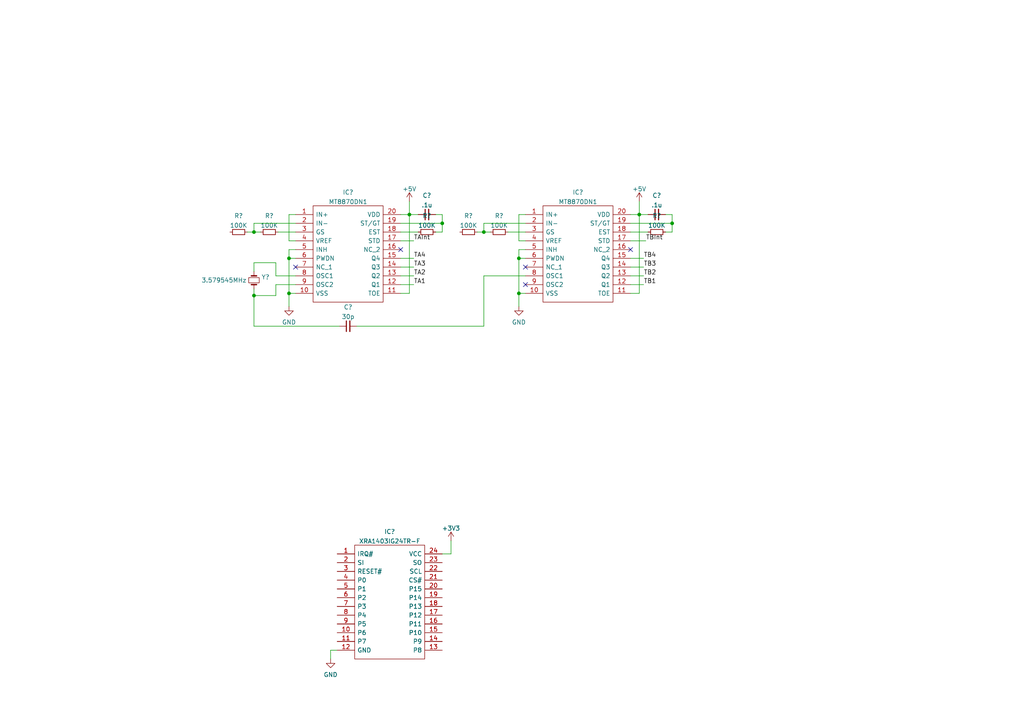
<source format=kicad_sch>
(kicad_sch (version 20211123) (generator eeschema)
  (paper "A4")
  (lib_symbols
    (symbol "Device:C_Small" (pin_numbers hide) (pin_names (offset 0.254) hide)
      (property "Reference" "C" (at 0.254 1.778 0))
      (property "Value" "C_Small" (at 0.254 -2.032 0))
      (symbol "C_Small_0_1"
        (polyline (pts (xy -1.524 -0.508) (xy 1.524 -0.508)) (stroke (width 0.3302)))
        (polyline (pts (xy -1.524 0.508) (xy 1.524 0.508)) (stroke (width 0.3048)))
      )
      (symbol "C_Small_1_1"
        (pin passive line (at 0 2.54 270) (length 2.032) (name "~") (number "1"))
        (pin passive line (at 0 -2.54 90) (length 2.032) (name "~") (number "2"))
      )
    )
    (symbol "Device:Crystal_Small" (pin_numbers hide) (pin_names (offset 1.016) hide)
      (property "Reference" "Y" (at 0 2.54 0))
      (property "Value" "Crystal_Small" (at 0 -2.54 0))
      (symbol "Crystal_Small_0_1"
        (rectangle (start -0.762 -1.524) (end 0.762 1.524))
        (polyline (pts (xy -1.27 -0.762) (xy -1.27 0.762)) (stroke (width 0.381)))
        (polyline (pts (xy 1.27 -0.762) (xy 1.27 0.762)) (stroke (width 0.381)))
      )
      (symbol "Crystal_Small_1_1"
        (pin passive line (at -2.54 0 0) (length 1.27) (name "1") (number "1"))
        (pin passive line (at 2.54 0 180) (length 1.27) (name "2") (number "2"))
      )
    )
    (symbol "Device:R_Small" (pin_numbers hide) (pin_names (offset 0.254) hide)
      (property "Reference" "R" (at 0.762 0.508 0))
      (property "Value" "R_Small" (at 0.762 -1.016 0))
      (symbol "R_Small_0_1"
        (rectangle (start -0.762 1.778) (end 0.762 -1.778) (stroke (width 0.2032)))
      )
      (symbol "R_Small_1_1"
        (pin passive line (at 0 2.54 270) (length 0.762) (name "~") (number "1"))
        (pin passive line (at 0 -2.54 90) (length 0.762) (name "~") (number "2"))
      )
    )
    (symbol "SamacSys_Parts:MT8870DN1" (pin_names (offset 0.762))
      (property "Reference" "IC" (at 26.67 7.62 0))
      (property "Value" "MT8870DN1" (at 26.67 5.08 0))
      (symbol "MT8870DN1_0_0"
        (pin passive line (at 0 0 0) (length 5.08) (name "IN+") (number "1"))
        (pin passive line (at 0 -22.86 0) (length 5.08) (name "VSS") (number "10"))
        (pin passive line (at 30.48 -22.86 180) (length 5.08) (name "TOE") (number "11"))
        (pin passive line (at 30.48 -20.32 180) (length 5.08) (name "Q1") (number "12"))
        (pin passive line (at 30.48 -17.78 180) (length 5.08) (name "Q2") (number "13"))
        (pin passive line (at 30.48 -15.24 180) (length 5.08) (name "Q3") (number "14"))
        (pin passive line (at 30.48 -12.7 180) (length 5.08) (name "Q4") (number "15"))
        (pin passive line (at 30.48 -10.16 180) (length 5.08) (name "NC_2") (number "16"))
        (pin passive line (at 30.48 -7.62 180) (length 5.08) (name "STD") (number "17"))
        (pin passive line (at 30.48 -5.08 180) (length 5.08) (name "EST") (number "18"))
        (pin passive line (at 30.48 -2.54 180) (length 5.08) (name "ST/GT") (number "19"))
        (pin passive line (at 0 -2.54 0) (length 5.08) (name "IN-") (number "2"))
        (pin passive line (at 30.48 0 180) (length 5.08) (name "VDD") (number "20"))
        (pin passive line (at 0 -5.08 0) (length 5.08) (name "GS") (number "3"))
        (pin passive line (at 0 -7.62 0) (length 5.08) (name "VREF") (number "4"))
        (pin passive line (at 0 -10.16 0) (length 5.08) (name "INH") (number "5"))
        (pin passive line (at 0 -12.7 0) (length 5.08) (name "PWDN") (number "6"))
        (pin passive line (at 0 -15.24 0) (length 5.08) (name "NC_1") (number "7"))
        (pin passive line (at 0 -17.78 0) (length 5.08) (name "OSC1") (number "8"))
        (pin passive line (at 0 -20.32 0) (length 5.08) (name "OSC2") (number "9"))
      )
      (symbol "MT8870DN1_0_1"
        (polyline (pts (xy 5.08 2.54) (xy 25.4 2.54) (xy 25.4 -25.4) (xy 5.08 -25.4) (xy 5.08 2.54)) (stroke (width 0.1524)))
      )
    )
    (symbol "SamacSys_Parts:XRA1403IG24TR-F" (pin_names (offset 0.762))
      (property "Reference" "IC" (at 26.67 7.62 0))
      (property "Value" "XRA1403IG24TR-F" (at 26.67 5.08 0))
      (symbol "XRA1403IG24TR-F_0_0"
        (pin passive line (at 0 0 0) (length 5.08) (name "IRQ#") (number "1"))
        (pin passive line (at 0 -22.86 0) (length 5.08) (name "P6") (number "10"))
        (pin passive line (at 0 -25.4 0) (length 5.08) (name "P7") (number "11"))
        (pin passive line (at 0 -27.94 0) (length 5.08) (name "GND") (number "12"))
        (pin passive line (at 30.48 -27.94 180) (length 5.08) (name "P8") (number "13"))
        (pin passive line (at 30.48 -25.4 180) (length 5.08) (name "P9") (number "14"))
        (pin passive line (at 30.48 -22.86 180) (length 5.08) (name "P10") (number "15"))
        (pin passive line (at 30.48 -20.32 180) (length 5.08) (name "P11") (number "16"))
        (pin passive line (at 30.48 -17.78 180) (length 5.08) (name "P12") (number "17"))
        (pin passive line (at 30.48 -15.24 180) (length 5.08) (name "P13") (number "18"))
        (pin passive line (at 30.48 -12.7 180) (length 5.08) (name "P14") (number "19"))
        (pin passive line (at 0 -2.54 0) (length 5.08) (name "SI") (number "2"))
        (pin passive line (at 30.48 -10.16 180) (length 5.08) (name "P15") (number "20"))
        (pin passive line (at 30.48 -7.62 180) (length 5.08) (name "CS#") (number "21"))
        (pin passive line (at 30.48 -5.08 180) (length 5.08) (name "SCL") (number "22"))
        (pin passive line (at 30.48 -2.54 180) (length 5.08) (name "SO") (number "23"))
        (pin passive line (at 30.48 0 180) (length 5.08) (name "VCC") (number "24"))
        (pin passive line (at 0 -5.08 0) (length 5.08) (name "RESET#") (number "3"))
        (pin passive line (at 0 -7.62 0) (length 5.08) (name "P0") (number "4"))
        (pin passive line (at 0 -10.16 0) (length 5.08) (name "P1") (number "5"))
        (pin passive line (at 0 -12.7 0) (length 5.08) (name "P2") (number "6"))
        (pin passive line (at 0 -15.24 0) (length 5.08) (name "P3") (number "7"))
        (pin passive line (at 0 -17.78 0) (length 5.08) (name "P4") (number "8"))
        (pin passive line (at 0 -20.32 0) (length 5.08) (name "P5") (number "9"))
      )
      (symbol "XRA1403IG24TR-F_0_1"
        (polyline (pts (xy 5.08 2.54) (xy 25.4 2.54) (xy 25.4 -30.48) (xy 5.08 -30.48) (xy 5.08 2.54)) (stroke (width 0.1524)))
      )
    )
    (symbol "power:+3V3" (power) (pin_names (offset 0))
      (property "Value" "+3V3" (at 0 3.556 0))
      (symbol "+3V3_0_1"
        (polyline (pts (xy -0.762 1.27) (xy 0 2.54)))
        (polyline (pts (xy 0 0) (xy 0 2.54)))
        (polyline (pts (xy 0 2.54) (xy 0.762 1.27)))
      )
      (symbol "+3V3_1_1"
        (pin power_in line (at 0 0 90) (length 0) hide (name "+3V3") (number "1"))
      )
    )
    (symbol "power:+5V" (power) (pin_names (offset 0))
      (property "Value" "+5V" (at 0 3.556 0))
      (symbol "+5V_0_1"
        (polyline (pts (xy -0.762 1.27) (xy 0 2.54)))
        (polyline (pts (xy 0 0) (xy 0 2.54)))
        (polyline (pts (xy 0 2.54) (xy 0.762 1.27)))
      )
      (symbol "+5V_1_1"
        (pin power_in line (at 0 0 90) (length 0) hide (name "+5V") (number "1"))
      )
    )
    (symbol "power:GND" (power) (pin_names (offset 0))
      (property "Value" "GND" (at 0 -3.81 0))
      (symbol "GND_0_1"
        (polyline (pts (xy 0 0) (xy 0 -1.27) (xy 1.27 -1.27) (xy 0 -2.54) (xy -1.27 -1.27) (xy 0 -1.27)))
      )
      (symbol "GND_1_1"
        (pin power_in line (at 0 0 270) (length 0) hide (name "GND") (number "1"))
      )
    )
  )
  (junction (at 128.27 64.77))
  (junction (at 73.66 67.31))
  (junction (at 83.82 85.09))
  (junction (at 194.945 64.77))
  (junction (at 185.42 62.23))
  (junction (at 83.82 74.93))
  (junction (at 118.745 62.23))
  (junction (at 140.335 67.31))
  (junction (at 150.495 85.09))
  (junction (at 150.495 74.93))
  (junction (at 73.66 85.725))
  (no_connect (at 152.4 77.47))
  (no_connect (at 152.4 82.55))
  (no_connect (at 85.725 77.47))
  (no_connect (at 116.205 72.39))
  (no_connect (at 182.88 72.39))
  (wire (pts (xy 182.88 82.55) (xy 186.69 82.55)))
  (wire (pts (xy 182.88 77.47) (xy 186.69 77.47)))
  (wire (pts (xy 83.82 74.93) (xy 83.82 72.39)))
  (wire (pts (xy 150.495 85.09) (xy 150.495 74.93)))
  (wire (pts (xy 80.01 82.55) (xy 80.01 85.725)))
  (wire (pts (xy 95.885 188.595) (xy 97.79 188.595)))
  (wire (pts (xy 126.365 62.23) (xy 128.27 62.23)))
  (wire (pts (xy 80.645 67.31) (xy 85.725 67.31)))
  (wire (pts (xy 128.27 62.23) (xy 128.27 64.77)))
  (wire (pts (xy 193.04 62.23) (xy 194.945 62.23)))
  (wire (pts (xy 73.66 85.725) (xy 73.66 83.82)))
  (wire (pts (xy 80.01 76.2) (xy 73.66 76.2)))
  (wire (pts (xy 116.205 74.93) (xy 120.015 74.93)))
  (wire (pts (xy 95.885 191.135) (xy 95.885 188.595)))
  (wire (pts (xy 118.745 62.23) (xy 121.285 62.23)))
  (wire (pts (xy 85.725 80.01) (xy 80.01 80.01)))
  (wire (pts (xy 140.335 64.77) (xy 152.4 64.77)))
  (wire (pts (xy 182.88 74.93) (xy 186.69 74.93)))
  (wire (pts (xy 150.495 74.93) (xy 150.495 72.39)))
  (wire (pts (xy 83.82 85.09) (xy 83.82 74.93)))
  (wire (pts (xy 103.505 94.615) (xy 140.335 94.615)))
  (wire (pts (xy 150.495 74.93) (xy 152.4 74.93)))
  (wire (pts (xy 128.27 67.31) (xy 126.365 67.31)))
  (wire (pts (xy 150.495 69.85) (xy 152.4 69.85)))
  (wire (pts (xy 150.495 88.9) (xy 150.495 85.09)))
  (wire (pts (xy 140.335 67.31) (xy 140.335 64.77)))
  (wire (pts (xy 85.725 62.23) (xy 83.82 62.23)))
  (wire (pts (xy 150.495 62.23) (xy 150.495 69.85)))
  (wire (pts (xy 83.82 88.9) (xy 83.82 85.09)))
  (wire (pts (xy 194.945 64.77) (xy 194.945 67.31)))
  (wire (pts (xy 116.205 64.77) (xy 128.27 64.77)))
  (wire (pts (xy 182.88 69.85) (xy 187.325 69.85)))
  (wire (pts (xy 140.335 67.31) (xy 142.24 67.31)))
  (wire (pts (xy 83.82 72.39) (xy 85.725 72.39)))
  (wire (pts (xy 73.66 85.725) (xy 73.66 94.615)))
  (wire (pts (xy 85.725 82.55) (xy 80.01 82.55)))
  (wire (pts (xy 73.66 67.31) (xy 73.66 64.77)))
  (wire (pts (xy 138.43 67.31) (xy 140.335 67.31)))
  (wire (pts (xy 116.205 77.47) (xy 120.015 77.47)))
  (wire (pts (xy 116.205 62.23) (xy 118.745 62.23)))
  (wire (pts (xy 116.205 85.09) (xy 118.745 85.09)))
  (wire (pts (xy 182.88 67.31) (xy 187.96 67.31)))
  (wire (pts (xy 128.27 160.655) (xy 130.81 160.655)))
  (wire (pts (xy 140.335 80.01) (xy 152.4 80.01)))
  (wire (pts (xy 83.82 69.85) (xy 85.725 69.85)))
  (wire (pts (xy 80.01 85.725) (xy 73.66 85.725)))
  (wire (pts (xy 116.205 69.85) (xy 120.015 69.85)))
  (wire (pts (xy 83.82 62.23) (xy 83.82 69.85)))
  (wire (pts (xy 152.4 62.23) (xy 150.495 62.23)))
  (wire (pts (xy 185.42 62.23) (xy 185.42 58.42)))
  (wire (pts (xy 116.205 67.31) (xy 121.285 67.31)))
  (wire (pts (xy 185.42 85.09) (xy 185.42 62.23)))
  (wire (pts (xy 182.88 85.09) (xy 185.42 85.09)))
  (wire (pts (xy 83.82 85.09) (xy 85.725 85.09)))
  (wire (pts (xy 73.66 76.2) (xy 73.66 78.74)))
  (wire (pts (xy 118.745 62.23) (xy 118.745 58.42)))
  (wire (pts (xy 83.82 74.93) (xy 85.725 74.93)))
  (wire (pts (xy 147.32 67.31) (xy 152.4 67.31)))
  (wire (pts (xy 80.01 80.01) (xy 80.01 76.2)))
  (wire (pts (xy 182.88 64.77) (xy 194.945 64.77)))
  (wire (pts (xy 150.495 85.09) (xy 152.4 85.09)))
  (wire (pts (xy 128.27 64.77) (xy 128.27 67.31)))
  (wire (pts (xy 140.335 94.615) (xy 140.335 80.01)))
  (wire (pts (xy 118.745 85.09) (xy 118.745 62.23)))
  (wire (pts (xy 73.66 64.77) (xy 85.725 64.77)))
  (wire (pts (xy 185.42 62.23) (xy 187.96 62.23)))
  (wire (pts (xy 71.755 67.31) (xy 73.66 67.31)))
  (wire (pts (xy 130.81 160.655) (xy 130.81 156.845)))
  (wire (pts (xy 194.945 67.31) (xy 193.04 67.31)))
  (wire (pts (xy 73.66 94.615) (xy 98.425 94.615)))
  (wire (pts (xy 150.495 72.39) (xy 152.4 72.39)))
  (wire (pts (xy 73.66 67.31) (xy 75.565 67.31)))
  (wire (pts (xy 194.945 62.23) (xy 194.945 64.77)))
  (wire (pts (xy 182.88 62.23) (xy 185.42 62.23)))
  (wire (pts (xy 116.205 82.55) (xy 120.015 82.55)))
  (wire (pts (xy 116.205 80.01) (xy 120.015 80.01)))
  (wire (pts (xy 182.88 80.01) (xy 186.69 80.01)))
  (label "TB3" (at 186.69 77.47 0))
  (label "TAInt" (at 120.015 69.85 0))
  (label "TA1" (at 120.015 82.55 0))
  (label "TA2" (at 120.015 80.01 0))
  (label "TBInt" (at 187.325 69.85 0))
  (label "TA4" (at 120.015 74.93 0))
  (label "TB1" (at 186.69 82.55 0))
  (label "TB2" (at 186.69 80.01 0))
  (label "TB4" (at 186.69 74.93 0))
  (label "TA3" (at 120.015 77.47 0))
  (symbol (lib_id "power:GND") (at 150.495 88.9 0) (unit 1)
    (property "Reference" "#PWR?" (effects hide))
    (property "Value" "GND" (at 150.495 93.4625 0))
  )
  (symbol (lib_id "SamacSys_Parts:XRA1403IG24TR-F") (at 97.79 160.655 0) (unit 1)
    (property "Reference" "IC?" (at 113.03 154.1993 0))
    (property "Value" "XRA1403IG24TR-F" (at 113.03 156.9744 0))
    (property "Footprint" "SOP65P640X120-24N" (effects hide))
    (property "Datasheet" "https://datasheet.datasheetarchive.com/originals/distributors/Datasheets_SAMA/84e63e6909f5e2517b29fb2df98a643a.pdf" (effects hide))
    (property "Description" "Interface - I/O Expanders 16 Bit SPI GPIO Expander" (effects hide))
    (property "Height" "1.2" (effects hide))
    (property "Mouser Part Number" "701-XRA1403IG24TR-F" (effects hide))
    (property "Mouser Price/Stock" "https://www.mouser.co.uk/ProductDetail/MaxLinear/XRA1403IG24TR-F?qs=06nTM9U4TTbRmclZp51TRA%3D%3D" (effects hide))
    (property "Manufacturer_Name" "MaxLinear, Inc." (effects hide))
    (property "Manufacturer_Part_Number" "XRA1403IG24TR-F" (effects hide))
  )
  (symbol (lib_id "power:+3V3") (at 130.81 156.845 0) (unit 1)
    (property "Reference" "#PWR?" (effects hide))
    (property "Value" "+3V3" (at 130.81 153.2405 0))
  )
  (symbol (lib_id "Device:Crystal_Small") (at 73.66 81.28 90) (unit 1)
    (property "Reference" "Y?" (at 75.819 80.3715 90) (effects (justify right)))
    (property "Value" "3.579545MHz" (at 58.42 81.28 90) (effects (justify right)))
  )
  (symbol (lib_id "Device:R_Small") (at 123.825 67.31 90) (unit 1)
    (property "Reference" "R?" (at 123.825 62.6069 90))
    (property "Value" "100K" (at 123.825 65.382 90))
  )
  (symbol (lib_id "Device:R_Small") (at 78.105 67.31 90) (unit 1)
    (property "Reference" "R?" (at 78.105 62.6069 90))
    (property "Value" "100K" (at 78.105 65.382 90))
  )
  (symbol (lib_id "SamacSys_Parts:MT8870DN1") (at 152.4 62.23 0) (unit 1)
    (property "Reference" "IC?" (at 167.64 55.7743 0))
    (property "Value" "MT8870DN1" (at 167.64 58.5494 0))
    (property "Footprint" "SOP65P780X200-20N" (effects hide))
    (property "Datasheet" "http://www.microsemi.com/document-portal/doc_download/127041-mt8870d-datasheet-oct2006" (effects hide))
    (property "Description" "Telecom Interface ICs Pb Free Integrated DTMF RCVR" (effects hide))
    (property "Height" "2" (effects hide))
    (property "Manufacturer_Name" "Microchip" (effects hide))
    (property "Manufacturer_Part_Number" "MT8870DN1" (effects hide))
  )
  (symbol (lib_id "Device:C_Small") (at 100.965 94.615 90) (unit 1)
    (property "Reference" "C?" (at 100.9713 89.0864 90))
    (property "Value" "30p" (at 100.9713 91.8615 90))
  )
  (symbol (lib_id "Device:C_Small") (at 123.825 62.23 90) (unit 1)
    (property "Reference" "C?" (at 123.8313 56.7014 90))
    (property "Value" ".1u" (at 123.8313 59.4765 90))
  )
  (symbol (lib_id "SamacSys_Parts:MT8870DN1") (at 85.725 62.23 0) (unit 1)
    (property "Reference" "IC?" (at 100.965 55.7743 0))
    (property "Value" "MT8870DN1" (at 100.965 58.5494 0))
    (property "Footprint" "SOP65P780X200-20N" (effects hide))
    (property "Datasheet" "http://www.microsemi.com/document-portal/doc_download/127041-mt8870d-datasheet-oct2006" (effects hide))
    (property "Description" "Telecom Interface ICs Pb Free Integrated DTMF RCVR" (effects hide))
    (property "Height" "2" (effects hide))
    (property "Manufacturer_Name" "Microchip" (effects hide))
    (property "Manufacturer_Part_Number" "MT8870DN1" (effects hide))
  )
  (symbol (lib_id "power:GND") (at 95.885 191.135 0) (unit 1)
    (property "Reference" "#PWR?" (effects hide))
    (property "Value" "GND" (at 95.885 195.6975 0))
  )
  (symbol (lib_id "power:+5V") (at 118.745 58.42 0) (unit 1)
    (property "Reference" "#PWR?" (effects hide))
    (property "Value" "+5V" (at 118.745 54.8155 0))
  )
  (symbol (lib_id "Device:R_Small") (at 190.5 67.31 90) (unit 1)
    (property "Reference" "R?" (at 190.5 62.6069 90))
    (property "Value" "100K" (at 190.5 65.382 90))
  )
  (symbol (lib_id "Device:R_Small") (at 69.215 67.31 90) (unit 1)
    (property "Reference" "R?" (at 69.215 62.6069 90))
    (property "Value" "100K" (at 69.215 65.382 90))
  )
  (symbol (lib_id "Device:R_Small") (at 144.78 67.31 90) (unit 1)
    (property "Reference" "R?" (at 144.78 62.6069 90))
    (property "Value" "100K" (at 144.78 65.382 90))
  )
  (symbol (lib_id "power:+5V") (at 185.42 58.42 0) (unit 1)
    (property "Reference" "#PWR?" (effects hide))
    (property "Value" "+5V" (at 185.42 54.8155 0))
  )
  (symbol (lib_id "Device:C_Small") (at 190.5 62.23 90) (unit 1)
    (property "Reference" "C?" (at 190.5063 56.7014 90))
    (property "Value" ".1u" (at 190.5063 59.4765 90))
  )
  (symbol (lib_id "power:GND") (at 83.82 88.9 0) (unit 1)
    (property "Reference" "#PWR?" (effects hide))
    (property "Value" "GND" (at 83.82 93.4625 0))
  )
  (symbol (lib_id "Device:R_Small") (at 135.89 67.31 90) (unit 1)
    (property "Reference" "R?" (at 135.89 62.6069 90))
    (property "Value" "100K" (at 135.89 65.382 90))
  )
)
</source>
